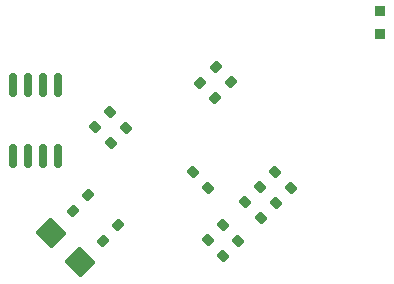
<source format=gbr>
%TF.GenerationSoftware,KiCad,Pcbnew,7.0.5*%
%TF.CreationDate,2023-08-21T09:28:54+09:00*%
%TF.ProjectId,STM32G4 MAZE,53544d33-3247-4342-904d-415a452e6b69,rev?*%
%TF.SameCoordinates,Original*%
%TF.FileFunction,Paste,Bot*%
%TF.FilePolarity,Positive*%
%FSLAX46Y46*%
G04 Gerber Fmt 4.6, Leading zero omitted, Abs format (unit mm)*
G04 Created by KiCad (PCBNEW 7.0.5) date 2023-08-21 09:28:54*
%MOMM*%
%LPD*%
G01*
G04 APERTURE LIST*
G04 Aperture macros list*
%AMRoundRect*
0 Rectangle with rounded corners*
0 $1 Rounding radius*
0 $2 $3 $4 $5 $6 $7 $8 $9 X,Y pos of 4 corners*
0 Add a 4 corners polygon primitive as box body*
4,1,4,$2,$3,$4,$5,$6,$7,$8,$9,$2,$3,0*
0 Add four circle primitives for the rounded corners*
1,1,$1+$1,$2,$3*
1,1,$1+$1,$4,$5*
1,1,$1+$1,$6,$7*
1,1,$1+$1,$8,$9*
0 Add four rect primitives between the rounded corners*
20,1,$1+$1,$2,$3,$4,$5,0*
20,1,$1+$1,$4,$5,$6,$7,0*
20,1,$1+$1,$6,$7,$8,$9,0*
20,1,$1+$1,$8,$9,$2,$3,0*%
G04 Aperture macros list end*
%ADD10RoundRect,0.190000X-1.110158X0.035355X0.035355X-1.110158X1.110158X-0.035355X-0.035355X1.110158X0*%
%ADD11RoundRect,0.050000X-0.530330X0.035355X0.035355X-0.530330X0.530330X-0.035355X-0.035355X0.530330X0*%
%ADD12RoundRect,0.050000X0.350000X-0.400000X0.350000X0.400000X-0.350000X0.400000X-0.350000X-0.400000X0*%
%ADD13RoundRect,0.050000X0.530330X-0.035355X-0.035355X0.530330X-0.530330X0.035355X0.035355X-0.530330X0*%
%ADD14RoundRect,0.050000X-0.035355X-0.530330X0.530330X0.035355X0.035355X0.530330X-0.530330X-0.035355X0*%
%ADD15RoundRect,0.200000X-0.100000X-0.800000X0.100000X-0.800000X0.100000X0.800000X-0.100000X0.800000X0*%
G04 APERTURE END LIST*
D10*
%TO.C,Y2*%
X91042082Y-108187082D03*
X88637918Y-105782918D03*
%TD*%
D11*
%TO.C,C10*%
X103211751Y-107656751D03*
X101868249Y-106313249D03*
%TD*%
%TO.C,C9*%
X104481751Y-106386751D03*
X103138249Y-105043249D03*
%TD*%
%TO.C,C8*%
X108926751Y-101941751D03*
X107583249Y-100598249D03*
%TD*%
%TO.C,FB1*%
X101941751Y-101941751D03*
X100598249Y-100598249D03*
%TD*%
D12*
%TO.C,C15*%
X116510000Y-86985000D03*
X116510000Y-88885000D03*
%TD*%
D11*
%TO.C,C7*%
X107656751Y-103211751D03*
X106313249Y-101868249D03*
%TD*%
%TO.C,C6*%
X105043249Y-103138249D03*
X106386751Y-104481751D03*
%TD*%
D13*
%TO.C,C5*%
X93686751Y-98131751D03*
X92343249Y-96788249D03*
%TD*%
%TO.C,C4*%
X94956751Y-96861751D03*
X93613249Y-95518249D03*
%TD*%
D14*
%TO.C,C3*%
X103846751Y-92978249D03*
X102503249Y-94321751D03*
%TD*%
%TO.C,C2*%
X101233249Y-93051751D03*
X102576751Y-91708249D03*
%TD*%
%TO.C,C14*%
X92978249Y-106386751D03*
X94321751Y-105043249D03*
%TD*%
%TO.C,C13*%
X90438249Y-103846751D03*
X91781751Y-102503249D03*
%TD*%
D15*
%TO.C,U3*%
X89205000Y-99190000D03*
X87935000Y-99190000D03*
X86665000Y-99190000D03*
X85395000Y-99190000D03*
X85395000Y-93190000D03*
X86665000Y-93190000D03*
X87935000Y-93190000D03*
X89205000Y-93190000D03*
%TD*%
M02*

</source>
